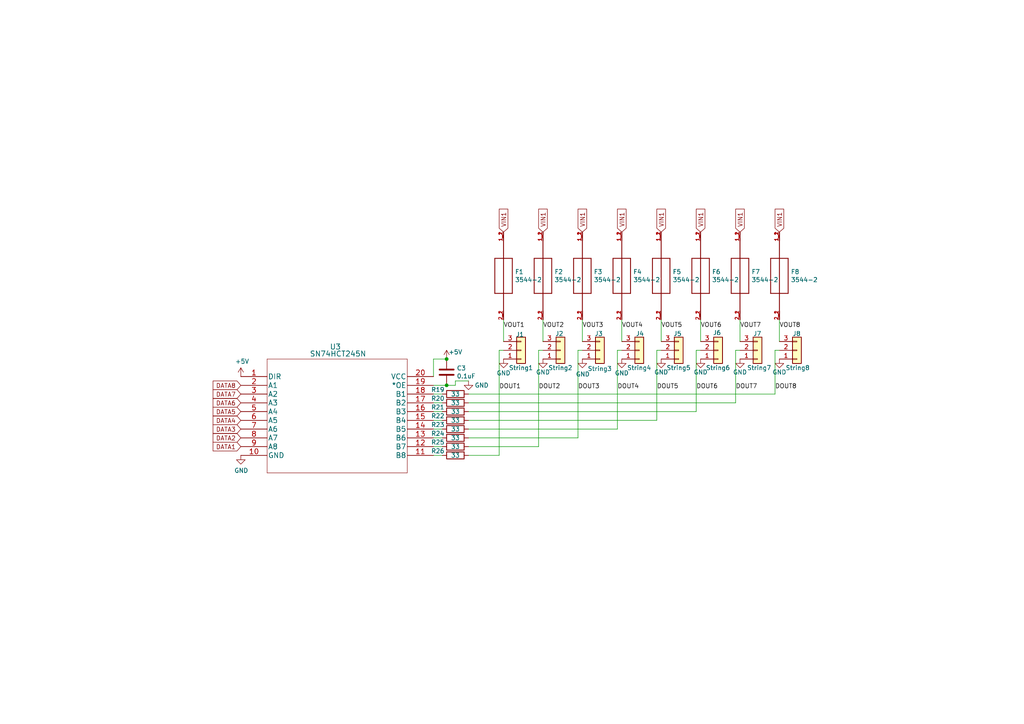
<source format=kicad_sch>
(kicad_sch (version 20211123) (generator eeschema)
  (paper "A4")
  (title_block (title "BBB 16 SMD") (date "2022-02-11") (rev "v2") (company "Scott Hanson"))
  (lib_symbols
    (symbol "Connector_Generic:Conn_01x03" (pin_names (offset 1.016) hide)
      (property "Reference" "J" (at 0 5.08 0))
      (property "Value" "Conn_01x03" (at 0 -5.08 0))
      (symbol "Conn_01x03_1_1"
        (rectangle (start -1.27 -2.413) (end 0 -2.667) (stroke (width 0.1524)))
        (rectangle (start -1.27 0.127) (end 0 -0.127) (stroke (width 0.1524)))
        (rectangle (start -1.27 2.667) (end 0 2.413) (stroke (width 0.1524)))
        (rectangle (start -1.27 3.81) (end 1.27 -3.81) (stroke (width 0.254)) (fill (type background)))
        (pin passive line (at -5.08 2.54 0) (length 3.81) (name "Pin_1") (number "1"))
        (pin passive line (at -5.08 0 0) (length 3.81) (name "Pin_2") (number "2"))
        (pin passive line (at -5.08 -2.54 0) (length 3.81) (name "Pin_3") (number "3"))
      )
    )
    (symbol "Device:R" (pin_numbers hide) (pin_names (offset 0))
      (property "Reference" "R" (at 2.032 0 90))
      (property "Value" "R" (at 0 0 90))
      (symbol "R_0_1"
        (rectangle (start -1.016 -2.54) (end 1.016 2.54) (stroke (width 0.254)))
      )
      (symbol "R_1_1"
        (pin passive line (at 0 3.81 270) (length 1.27) (name "~") (number "1"))
        (pin passive line (at 0 -3.81 90) (length 1.27) (name "~") (number "2"))
      )
    )
    (symbol "Teensy_16-rescue:3544-2-Keystone_Fuse" (pin_names (offset 1.016) hide)
      (property "Reference" "F" (at -5.08 3.302 0))
      (property "Value" "3544-2-Keystone_Fuse" (at -5.08 -5.08 0))
      (symbol "3544-2-Keystone_Fuse_0_0"
        (polyline (pts (xy -12.7 0) (xy 12.7 0)) (stroke (width 0.254)))
        (polyline (pts (xy -5.08 -2.54) (xy -5.08 2.54)) (stroke (width 0.254)))
        (polyline (pts (xy -5.08 2.54) (xy 5.08 2.54)) (stroke (width 0.254)))
        (polyline (pts (xy 5.08 -2.54) (xy -5.08 -2.54)) (stroke (width 0.254)))
        (polyline (pts (xy 5.08 2.54) (xy 5.08 -2.54)) (stroke (width 0.254)))
        (pin passive line (at -12.7 0 0) (length 2.54) (name "1") (number "1_1"))
        (pin passive line (at -12.7 0 0) (length 2.54) (name "1") (number "1_2"))
        (pin passive line (at 12.7 0 180) (length 2.54) (name "2") (number "2_1"))
        (pin passive line (at 12.7 0 180) (length 2.54) (name "2") (number "2_2"))
      )
    )
    (symbol "Teensy_16-rescue:C-Device" (pin_numbers hide) (pin_names (offset 0.254))
      (property "Reference" "C" (at 0.635 2.54 0))
      (property "Value" "C-Device" (at 0.635 -2.54 0))
      (symbol "C-Device_0_1"
        (polyline (pts (xy -2.032 -0.762) (xy 2.032 -0.762)) (stroke (width 0.508)))
        (polyline (pts (xy -2.032 0.762) (xy 2.032 0.762)) (stroke (width 0.508)))
      )
      (symbol "C-Device_1_1"
        (pin passive line (at 0 3.81 270) (length 2.794) (name "~") (number "1"))
        (pin passive line (at 0 -3.81 90) (length 2.794) (name "~") (number "2"))
      )
    )
    (symbol "Teensy_16-rescue:SN74HCT245N-SN74HCT245N" (pin_names (offset 0.254))
      (property "Reference" "U" (at 27.94 10.16 0))
      (property "Value" "SN74HCT245N-SN74HCT245N" (at 27.94 7.62 0))
      (symbol "SN74HCT245N-SN74HCT245N_1_0"
        (polyline (pts (xy 7.62 -27.94) (xy 48.26 -27.94)) (stroke (width 0.127)))
        (polyline (pts (xy 7.62 5.08) (xy 7.62 -27.94)) (stroke (width 0.127)))
        (polyline (pts (xy 48.26 -27.94) (xy 48.26 5.08)) (stroke (width 0.127)))
        (polyline (pts (xy 48.26 5.08) (xy 7.62 5.08)) (stroke (width 0.127)))
        (pin input line (at 0 0 0) (length 7.62) (name "DIR") (number "1"))
        (pin power_in line (at 0 -22.86 0) (length 7.62) (name "GND") (number "10"))
        (pin bidirectional line (at 55.88 -22.86 180) (length 7.62) (name "B8") (number "11"))
        (pin bidirectional line (at 55.88 -20.32 180) (length 7.62) (name "B7") (number "12"))
        (pin bidirectional line (at 55.88 -17.78 180) (length 7.62) (name "B6") (number "13"))
        (pin bidirectional line (at 55.88 -15.24 180) (length 7.62) (name "B5") (number "14"))
        (pin bidirectional line (at 55.88 -12.7 180) (length 7.62) (name "B4") (number "15"))
        (pin bidirectional line (at 55.88 -10.16 180) (length 7.62) (name "B3") (number "16"))
        (pin bidirectional line (at 55.88 -7.62 180) (length 7.62) (name "B2") (number "17"))
        (pin bidirectional line (at 55.88 -5.08 180) (length 7.62) (name "B1") (number "18"))
        (pin input line (at 55.88 -2.54 180) (length 7.62) (name "*OE") (number "19"))
        (pin bidirectional line (at 0 -2.54 0) (length 7.62) (name "A1") (number "2"))
        (pin power_in line (at 55.88 0 180) (length 7.62) (name "VCC") (number "20"))
        (pin bidirectional line (at 0 -5.08 0) (length 7.62) (name "A2") (number "3"))
        (pin bidirectional line (at 0 -7.62 0) (length 7.62) (name "A3") (number "4"))
        (pin bidirectional line (at 0 -10.16 0) (length 7.62) (name "A4") (number "5"))
        (pin bidirectional line (at 0 -12.7 0) (length 7.62) (name "A5") (number "6"))
        (pin bidirectional line (at 0 -15.24 0) (length 7.62) (name "A6") (number "7"))
        (pin bidirectional line (at 0 -17.78 0) (length 7.62) (name "A7") (number "8"))
        (pin bidirectional line (at 0 -20.32 0) (length 7.62) (name "A8") (number "9"))
      )
    )
    (symbol "power:+5V" (power) (pin_names (offset 0))
      (property "Value" "+5V" (at 0 3.556 0))
      (symbol "+5V_0_1"
        (polyline (pts (xy -0.762 1.27) (xy 0 2.54)))
        (polyline (pts (xy 0 0) (xy 0 2.54)))
        (polyline (pts (xy 0 2.54) (xy 0.762 1.27)))
      )
      (symbol "+5V_1_1"
        (pin power_in line (at 0 0 90) (length 0) hide (name "+5V") (number "1"))
      )
    )
    (symbol "power:GND" (power) (pin_names (offset 0))
      (property "Value" "GND" (at 0 -3.81 0))
      (symbol "GND_0_1"
        (polyline (pts (xy 0 0) (xy 0 -1.27) (xy 1.27 -1.27) (xy 0 -2.54) (xy -1.27 -1.27) (xy 0 -1.27)))
      )
      (symbol "GND_1_1"
        (pin power_in line (at 0 0 270) (length 0) hide (name "GND") (number "1"))
      )
    )
  )
  (junction (at 129.54 111.76))
  (junction (at 129.54 104.14))
  (wire (pts (xy 128.27 124.46) (xy 125.73 124.46)))
  (wire (pts (xy 132.08 110.49) (xy 132.08 111.76)))
  (wire (pts (xy 135.89 121.92) (xy 190.5 121.92)))
  (wire (pts (xy 224.79 114.3) (xy 224.79 101.6)))
  (wire (pts (xy 167.64 127) (xy 167.64 101.6)))
  (wire (pts (xy 168.91 92.71) (xy 168.91 99.06)))
  (wire (pts (xy 128.27 127) (xy 125.73 127)))
  (wire (pts (xy 226.06 92.71) (xy 226.06 99.06)))
  (wire (pts (xy 201.93 101.6) (xy 203.2 101.6)))
  (wire (pts (xy 125.73 104.14) (xy 125.73 109.22)))
  (wire (pts (xy 129.54 104.14) (xy 125.73 104.14)))
  (wire (pts (xy 144.78 132.08) (xy 135.89 132.08)))
  (wire (pts (xy 128.27 132.08) (xy 125.73 132.08)))
  (wire (pts (xy 128.27 114.3) (xy 125.73 114.3)))
  (wire (pts (xy 128.27 129.54) (xy 125.73 129.54)))
  (wire (pts (xy 190.5 101.6) (xy 191.77 101.6)))
  (wire (pts (xy 146.05 101.6) (xy 144.78 101.6)))
  (wire (pts (xy 135.89 114.3) (xy 224.79 114.3)))
  (wire (pts (xy 129.54 111.76) (xy 125.73 111.76)))
  (wire (pts (xy 132.08 111.76) (xy 129.54 111.76)))
  (wire (pts (xy 167.64 101.6) (xy 168.91 101.6)))
  (wire (pts (xy 135.89 127) (xy 167.64 127)))
  (wire (pts (xy 201.93 119.38) (xy 201.93 101.6)))
  (wire (pts (xy 144.78 101.6) (xy 144.78 132.08)))
  (wire (pts (xy 156.21 101.6) (xy 157.48 101.6)))
  (wire (pts (xy 190.5 121.92) (xy 190.5 101.6)))
  (wire (pts (xy 128.27 116.84) (xy 125.73 116.84)))
  (wire (pts (xy 224.79 101.6) (xy 226.06 101.6)))
  (wire (pts (xy 156.21 129.54) (xy 156.21 101.6)))
  (wire (pts (xy 179.07 101.6) (xy 180.34 101.6)))
  (wire (pts (xy 146.05 92.71) (xy 146.05 99.06)))
  (wire (pts (xy 135.89 129.54) (xy 156.21 129.54)))
  (wire (pts (xy 135.89 110.49) (xy 132.08 110.49)))
  (wire (pts (xy 128.27 121.92) (xy 125.73 121.92)))
  (wire (pts (xy 180.34 92.71) (xy 180.34 99.06)))
  (wire (pts (xy 203.2 92.71) (xy 203.2 99.06)))
  (wire (pts (xy 128.27 119.38) (xy 125.73 119.38)))
  (wire (pts (xy 191.77 92.71) (xy 191.77 99.06)))
  (wire (pts (xy 213.36 116.84) (xy 213.36 101.6)))
  (wire (pts (xy 179.07 124.46) (xy 179.07 101.6)))
  (wire (pts (xy 135.89 119.38) (xy 201.93 119.38)))
  (wire (pts (xy 135.89 124.46) (xy 179.07 124.46)))
  (wire (pts (xy 214.63 92.71) (xy 214.63 99.06)))
  (wire (pts (xy 157.48 92.71) (xy 157.48 99.06)))
  (wire (pts (xy 213.36 101.6) (xy 214.63 101.6)))
  (wire (pts (xy 135.89 116.84) (xy 213.36 116.84)))
  (label "DOUT3" (at 167.64 113.03 0))
  (label "DOUT6" (at 201.93 113.03 0))
  (label "VOUT5" (at 191.77 95.25 0))
  (label "VOUT6" (at 203.2 95.25 0))
  (label "DOUT4" (at 179.07 113.03 0))
  (label "DOUT1" (at 144.78 113.03 0))
  (label "VOUT4" (at 180.34 95.25 0))
  (label "VOUT2" (at 157.48 95.25 0))
  (label "DOUT2" (at 156.21 113.03 0))
  (label "DOUT8" (at 224.79 113.03 0))
  (label "DOUT5" (at 190.5 113.03 0))
  (label "VOUT8" (at 226.06 95.25 0))
  (label "VOUT7" (at 214.63 95.25 0))
  (label "VOUT1" (at 146.05 95.25 0))
  (label "VOUT3" (at 168.91 95.25 0))
  (label "DOUT7" (at 213.36 113.03 0))
  (global_label "DATA3" (shape input) (at 69.85 124.46 180) (property "Intersheet References" "${INTERSHEET_REFS}" (effects hide)))
  (global_label "VIN1" (shape input) (at 203.2 67.31 90) (property "Intersheet References" "${INTERSHEET_REFS}" (effects hide)))
  (global_label "DATA1" (shape input) (at 69.85 129.54 180) (property "Intersheet References" "${INTERSHEET_REFS}" (effects hide)))
  (global_label "DATA5" (shape input) (at 69.85 119.38 180) (property "Intersheet References" "${INTERSHEET_REFS}" (effects hide)))
  (global_label "DATA2" (shape input) (at 69.85 127 180) (property "Intersheet References" "${INTERSHEET_REFS}" (effects hide)))
  (global_label "VIN1" (shape input) (at 168.91 67.31 90) (property "Intersheet References" "${INTERSHEET_REFS}" (effects hide)))
  (global_label "VIN1" (shape input) (at 146.05 67.31 90) (property "Intersheet References" "${INTERSHEET_REFS}" (effects hide)))
  (global_label "DATA6" (shape input) (at 69.85 116.84 180) (property "Intersheet References" "${INTERSHEET_REFS}" (effects hide)))
  (global_label "VIN1" (shape input) (at 157.48 67.31 90) (property "Intersheet References" "${INTERSHEET_REFS}" (effects hide)))
  (global_label "DATA7" (shape input) (at 69.85 114.3 180) (property "Intersheet References" "${INTERSHEET_REFS}" (effects hide)))
  (global_label "VIN1" (shape input) (at 180.34 67.31 90) (property "Intersheet References" "${INTERSHEET_REFS}" (effects hide)))
  (global_label "VIN1" (shape input) (at 191.77 67.31 90) (property "Intersheet References" "${INTERSHEET_REFS}" (effects hide)))
  (global_label "DATA8" (shape input) (at 69.85 111.76 180) (property "Intersheet References" "${INTERSHEET_REFS}" (effects hide)))
  (global_label "DATA4" (shape input) (at 69.85 121.92 180) (property "Intersheet References" "${INTERSHEET_REFS}" (effects hide)))
  (global_label "VIN1" (shape input) (at 214.63 67.31 90) (property "Intersheet References" "${INTERSHEET_REFS}" (effects hide)))
  (global_label "VIN1" (shape input) (at 226.06 67.31 90) (property "Intersheet References" "${INTERSHEET_REFS}" (effects hide)))
  (symbol (lib_id "Connector_Generic:Conn_01x03") (at 151.13 101.6 0) (mirror x) (unit 1)
    (property "Reference" "J1" (at 149.606 97.028 0) (effects (justify left)))
    (property "Value" "String1" (at 147.574 106.68 0) (effects (justify left)))
    (property "Footprint" "Connector_Phoenix_MC:PhoenixContact_MCV_1,5_3-G-3.5_1x03_P3.50mm_Vertical" (effects hide))
    (property "Digi-Key_PN" "277-5737-ND/ED10555-ND" (effects hide))
    (property "MPN" "1843619/OSTTJ0311530" (effects hide))
    (property "LCSC" "C192778" (effects hide))
  )
  (symbol (lib_id "Connector_Generic:Conn_01x03") (at 162.56 101.6 0) (mirror x) (unit 1)
    (property "Reference" "J2" (at 161.036 96.774 0) (effects (justify left)))
    (property "Value" "String2" (at 159.004 106.68 0) (effects (justify left)))
    (property "Footprint" "Connector_Phoenix_MC:PhoenixContact_MCV_1,5_3-G-3.5_1x03_P3.50mm_Vertical" (effects hide))
    (property "Digi-Key_PN" "277-5737-ND/ED10555-ND" (effects hide))
    (property "MPN" "1843619/OSTTJ0311530" (effects hide))
    (property "LCSC" "C192778" (effects hide))
  )
  (symbol (lib_id "Connector_Generic:Conn_01x03") (at 173.99 101.6 0) (mirror x) (unit 1)
    (property "Reference" "J3" (at 172.466 96.774 0) (effects (justify left)))
    (property "Value" "String3" (at 170.434 106.934 0) (effects (justify left)))
    (property "Footprint" "Connector_Phoenix_MC:PhoenixContact_MCV_1,5_3-G-3.5_1x03_P3.50mm_Vertical" (effects hide))
    (property "Digi-Key_PN" "277-5737-ND/ED10555-ND" (effects hide))
    (property "MPN" "1843619/OSTTJ0311530" (effects hide))
    (property "LCSC" "C192778" (effects hide))
  )
  (symbol (lib_id "Connector_Generic:Conn_01x03") (at 185.42 101.6 0) (mirror x) (unit 1)
    (property "Reference" "J4" (at 184.404 96.774 0) (effects (justify left)))
    (property "Value" "String4" (at 181.864 106.68 0) (effects (justify left)))
    (property "Footprint" "Connector_Phoenix_MC:PhoenixContact_MCV_1,5_3-G-3.5_1x03_P3.50mm_Vertical" (effects hide))
    (property "Digi-Key_PN" "277-5737-ND/ED10555-ND" (effects hide))
    (property "MPN" "1843619/OSTTJ0311530" (effects hide))
    (property "LCSC" "C192778" (effects hide))
  )
  (symbol (lib_id "Connector_Generic:Conn_01x03") (at 196.85 101.6 0) (mirror x) (unit 1)
    (property "Reference" "J5" (at 195.326 96.774 0) (effects (justify left)))
    (property "Value" "String5" (at 193.294 106.68 0) (effects (justify left)))
    (property "Footprint" "Connector_Phoenix_MC:PhoenixContact_MCV_1,5_3-G-3.5_1x03_P3.50mm_Vertical" (effects hide))
    (property "Digi-Key_PN" "277-5737-ND/ED10555-ND" (effects hide))
    (property "MPN" "1843619/OSTTJ0311530" (effects hide))
    (property "LCSC" "C192778" (effects hide))
  )
  (symbol (lib_id "Connector_Generic:Conn_01x03") (at 208.28 101.6 0) (mirror x) (unit 1)
    (property "Reference" "J6" (at 206.756 96.52 0) (effects (justify left)))
    (property "Value" "String6" (at 204.724 106.68 0) (effects (justify left)))
    (property "Footprint" "Connector_Phoenix_MC:PhoenixContact_MCV_1,5_3-G-3.5_1x03_P3.50mm_Vertical" (effects hide))
    (property "Digi-Key_PN" "277-5737-ND/ED10555-ND" (effects hide))
    (property "MPN" "1843619/OSTTJ0311530" (effects hide))
    (property "LCSC" "C192778" (effects hide))
  )
  (symbol (lib_id "Connector_Generic:Conn_01x03") (at 219.71 101.6 0) (mirror x) (unit 1)
    (property "Reference" "J7" (at 218.44 96.774 0) (effects (justify left)))
    (property "Value" "String7" (at 216.662 106.68 0) (effects (justify left)))
    (property "Footprint" "Connector_Phoenix_MC:PhoenixContact_MCV_1,5_3-G-3.5_1x03_P3.50mm_Vertical" (effects hide))
    (property "Digi-Key_PN" "277-5737-ND/ED10555-ND" (effects hide))
    (property "MPN" "1843619/OSTTJ0311530" (effects hide))
    (property "LCSC" "C192778" (effects hide))
  )
  (symbol (lib_id "Connector_Generic:Conn_01x03") (at 231.14 101.6 0) (mirror x) (unit 1)
    (property "Reference" "J8" (at 229.87 96.774 0) (effects (justify left)))
    (property "Value" "String8" (at 227.838 106.68 0) (effects (justify left)))
    (property "Footprint" "Connector_Phoenix_MC:PhoenixContact_MCV_1,5_3-G-3.5_1x03_P3.50mm_Vertical" (effects hide))
    (property "Digi-Key_PN" "277-5737-ND/ED10555-ND" (effects hide))
    (property "MPN" "1843619/OSTTJ0311530" (effects hide))
    (property "LCSC" "C192778" (effects hide))
  )
  (symbol (lib_id "power:GND") (at 146.05 104.14 0) (unit 1)
    (property "Reference" "#PWR012" (effects hide))
    (property "Value" "GND" (at 146.05 108.204 0))
  )
  (symbol (lib_id "power:GND") (at 157.48 104.14 0) (unit 1)
    (property "Reference" "#PWR013" (effects hide))
    (property "Value" "GND" (at 157.48 107.95 0))
  )
  (symbol (lib_id "power:GND") (at 168.91 104.14 0) (unit 1)
    (property "Reference" "#PWR014" (effects hide))
    (property "Value" "GND" (at 169.037 108.5342 0))
  )
  (symbol (lib_id "power:GND") (at 180.34 104.14 0) (unit 1)
    (property "Reference" "#PWR015" (effects hide))
    (property "Value" "GND" (at 180.34 108.204 0))
  )
  (symbol (lib_id "power:GND") (at 191.77 104.14 0) (unit 1)
    (property "Reference" "#PWR016" (effects hide))
    (property "Value" "GND" (at 191.77 107.95 0))
  )
  (symbol (lib_id "power:GND") (at 203.2 104.14 0) (unit 1)
    (property "Reference" "#PWR017" (effects hide))
    (property "Value" "GND" (at 203.2 107.95 0))
  )
  (symbol (lib_id "power:GND") (at 214.63 104.14 0) (unit 1)
    (property "Reference" "#PWR018" (effects hide))
    (property "Value" "GND" (at 214.63 107.95 0))
  )
  (symbol (lib_id "power:GND") (at 226.06 104.14 0) (unit 1)
    (property "Reference" "#PWR019" (effects hide))
    (property "Value" "GND" (at 226.06 107.95 0))
  )
  (symbol (lib_id "Teensy_16-rescue:3544-2-Keystone_Fuse") (at 157.48 80.01 270) (unit 1)
    (property "Reference" "F2" (at 160.782 78.8416 90) (effects (justify left)))
    (property "Value" "3544-2" (at 160.782 81.153 90) (effects (justify left)))
    (property "Footprint" "Keystone_Fuse:FUSE_3544-2" (effects hide))
    (property "Field4" "3544-2" (effects hide))
    (property "Field5" "None" (effects hide))
    (property "Field6" "Unavailable" (effects hide))
    (property "Field7" "Fuse Clip; 500 VAC; 30 A; PCB; For 0.110 in. x 0.032 in. mini blade fuses" (effects hide))
    (property "Field8" "Keystone Electronics" (effects hide))
    (property "Digi-Key_PN" "36-3544-2-ND" (effects hide))
    (property "MPN" "3544-2" (effects hide))
    (property "LCSC" "C492610" (effects hide))
  )
  (symbol (lib_id "Teensy_16-rescue:3544-2-Keystone_Fuse") (at 168.91 80.01 270) (unit 1)
    (property "Reference" "F3" (at 172.212 78.8416 90) (effects (justify left)))
    (property "Value" "3544-2" (at 172.212 81.153 90) (effects (justify left)))
    (property "Footprint" "Keystone_Fuse:FUSE_3544-2" (effects hide))
    (property "Field4" "3544-2" (effects hide))
    (property "Field5" "None" (effects hide))
    (property "Field6" "Unavailable" (effects hide))
    (property "Field7" "Fuse Clip; 500 VAC; 30 A; PCB; For 0.110 in. x 0.032 in. mini blade fuses" (effects hide))
    (property "Field8" "Keystone Electronics" (effects hide))
    (property "Digi-Key_PN" "36-3544-2-ND" (effects hide))
    (property "MPN" "3544-2" (effects hide))
    (property "LCSC" "C492610" (effects hide))
  )
  (symbol (lib_id "Teensy_16-rescue:3544-2-Keystone_Fuse") (at 180.34 80.01 270) (unit 1)
    (property "Reference" "F4" (at 183.642 78.8416 90) (effects (justify left)))
    (property "Value" "3544-2" (at 183.642 81.153 90) (effects (justify left)))
    (property "Footprint" "Keystone_Fuse:FUSE_3544-2" (effects hide))
    (property "Field4" "3544-2" (effects hide))
    (property "Field5" "None" (effects hide))
    (property "Field6" "Unavailable" (effects hide))
    (property "Field7" "Fuse Clip; 500 VAC; 30 A; PCB; For 0.110 in. x 0.032 in. mini blade fuses" (effects hide))
    (property "Field8" "Keystone Electronics" (effects hide))
    (property "Digi-Key_PN" "36-3544-2-ND" (effects hide))
    (property "MPN" "3544-2" (effects hide))
    (property "LCSC" "C492610" (effects hide))
  )
  (symbol (lib_id "Teensy_16-rescue:3544-2-Keystone_Fuse") (at 191.77 80.01 270) (unit 1)
    (property "Reference" "F5" (at 195.072 78.8416 90) (effects (justify left)))
    (property "Value" "3544-2" (at 195.072 81.153 90) (effects (justify left)))
    (property "Footprint" "Keystone_Fuse:FUSE_3544-2" (effects hide))
    (property "Field4" "3544-2" (effects hide))
    (property "Field5" "None" (effects hide))
    (property "Field6" "Unavailable" (effects hide))
    (property "Field7" "Fuse Clip; 500 VAC; 30 A; PCB; For 0.110 in. x 0.032 in. mini blade fuses" (effects hide))
    (property "Field8" "Keystone Electronics" (effects hide))
    (property "Digi-Key_PN" "36-3544-2-ND" (effects hide))
    (property "MPN" "3544-2" (effects hide))
    (property "LCSC" "C492610" (effects hide))
  )
  (symbol (lib_id "Teensy_16-rescue:3544-2-Keystone_Fuse") (at 203.2 80.01 270) (unit 1)
    (property "Reference" "F6" (at 206.502 78.8416 90) (effects (justify left)))
    (property "Value" "3544-2" (at 206.502 81.153 90) (effects (justify left)))
    (property "Footprint" "Keystone_Fuse:FUSE_3544-2" (effects hide))
    (property "Field4" "3544-2" (effects hide))
    (property "Field5" "None" (effects hide))
    (property "Field6" "Unavailable" (effects hide))
    (property "Field7" "Fuse Clip; 500 VAC; 30 A; PCB; For 0.110 in. x 0.032 in. mini blade fuses" (effects hide))
    (property "Field8" "Keystone Electronics" (effects hide))
    (property "Digi-Key_PN" "36-3544-2-ND" (effects hide))
    (property "MPN" "3544-2" (effects hide))
    (property "LCSC" "C492610" (effects hide))
  )
  (symbol (lib_id "Teensy_16-rescue:3544-2-Keystone_Fuse") (at 214.63 80.01 270) (unit 1)
    (property "Reference" "F7" (at 217.932 78.8416 90) (effects (justify left)))
    (property "Value" "3544-2" (at 217.932 81.153 90) (effects (justify left)))
    (property "Footprint" "Keystone_Fuse:FUSE_3544-2" (effects hide))
    (property "Field4" "3544-2" (effects hide))
    (property "Field5" "None" (effects hide))
    (property "Field6" "Unavailable" (effects hide))
    (property "Field7" "Fuse Clip; 500 VAC; 30 A; PCB; For 0.110 in. x 0.032 in. mini blade fuses" (effects hide))
    (property "Field8" "Keystone Electronics" (effects hide))
    (property "Digi-Key_PN" "36-3544-2-ND" (effects hide))
    (property "MPN" "3544-2" (effects hide))
    (property "LCSC" "C492610" (effects hide))
  )
  (symbol (lib_id "Teensy_16-rescue:3544-2-Keystone_Fuse") (at 226.06 80.01 270) (unit 1)
    (property "Reference" "F8" (at 229.362 78.8416 90) (effects (justify left)))
    (property "Value" "3544-2" (at 229.362 81.153 90) (effects (justify left)))
    (property "Footprint" "Keystone_Fuse:FUSE_3544-2" (effects hide))
    (property "Field4" "3544-2" (effects hide))
    (property "Field5" "None" (effects hide))
    (property "Field6" "Unavailable" (effects hide))
    (property "Field7" "Fuse Clip; 500 VAC; 30 A; PCB; For 0.110 in. x 0.032 in. mini blade fuses" (effects hide))
    (property "Field8" "Keystone Electronics" (effects hide))
    (property "Digi-Key_PN" "36-3544-2-ND" (effects hide))
    (property "MPN" "3544-2" (effects hide))
    (property "LCSC" "C492610" (effects hide))
  )
  (symbol (lib_id "power:GND") (at 135.89 110.49 0) (unit 1)
    (property "Reference" "#PWR011" (effects hide))
    (property "Value" "GND" (at 139.7 111.76 0))
  )
  (symbol (lib_id "power:+5V") (at 69.85 109.22 0) (unit 1)
    (property "Reference" "#PWR08" (effects hide))
    (property "Value" "+5V" (at 70.231 104.8258 0))
  )
  (symbol (lib_id "power:GND") (at 69.85 132.08 0) (unit 1)
    (property "Reference" "#PWR09" (effects hide))
    (property "Value" "GND" (at 69.977 136.4742 0))
  )
  (symbol (lib_id "Teensy_16-rescue:C-Device") (at 129.54 107.95 0) (unit 1)
    (property "Reference" "C3" (at 132.461 106.7816 0) (effects (justify left)))
    (property "Value" "0.1uF" (at 132.461 109.093 0) (effects (justify left)))
    (property "Footprint" "Capacitor_SMD:C_0603_1608Metric_Pad1.08x0.95mm_HandSolder" (effects hide))
    (property "Digi-Key_PN" "1276-1935-2-ND" (effects hide))
    (property "MPN" "CL10B104KB8NNWC" (effects hide))
    (property "LCSC" "C14663" (effects hide))
  )
  (symbol (lib_id "power:+5V") (at 129.54 104.14 0) (unit 1)
    (property "Reference" "#PWR010" (effects hide))
    (property "Value" "+5V" (at 132.08 102.108 0))
  )
  (symbol (lib_id "Teensy_16-rescue:SN74HCT245N-SN74HCT245N") (at 69.85 109.22 0) (unit 1)
    (property "Reference" "U3" (at 97.282 100.584 0) (effects (font (size 1.524 1.524))))
    (property "Value" "SN74HCT245N" (at 98.044 102.616 0) (effects (font (size 1.524 1.524))))
    (property "Footprint" "SN74HCT245NSR:SN74HCT245NSR" (effects hide))
    (property "Digi-Key_PN" "296-8279-1-ND" (effects hide))
    (property "MPN" "SN74HC245PWR" (effects hide))
    (property "LCSC" "C133641" (effects hide))
  )
  (symbol (lib_id "Teensy_16-rescue:3544-2-Keystone_Fuse") (at 146.05 80.01 270) (unit 1)
    (property "Reference" "F1" (at 149.352 78.8416 90) (effects (justify left)))
    (property "Value" "3544-2" (at 149.352 81.153 90) (effects (justify left)))
    (property "Footprint" "Keystone_Fuse:FUSE_3544-2" (effects hide))
    (property "Field4" "3544-2" (effects hide))
    (property "Field5" "None" (effects hide))
    (property "Field6" "Unavailable" (effects hide))
    (property "Field7" "Fuse Clip; 500 VAC; 30 A; PCB; For 0.110 in. x 0.032 in. mini blade fuses" (effects hide))
    (property "Field8" "Keystone Electronics" (effects hide))
    (property "Digi-Key_PN" "36-3544-2-ND" (effects hide))
    (property "MPN" "3544-2" (effects hide))
    (property "LCSC" "C492610" (effects hide))
  )
  (symbol (lib_id "Device:R") (at 132.08 124.46 90) (unit 1)
    (property "Reference" "R23" (at 127 123.19 90))
    (property "Value" "33" (at 132.08 124.46 90))
    (property "Footprint" "Resistor_SMD:R_0603_1608Metric_Pad0.98x0.95mm_HandSolder" (effects hide))
    (property "LCSC" "C23140" (effects hide))
    (property "Digi-Key_PN" "2571-CN34J330CTTR-ND" (effects hide))
    (property "MPN" "CN34J330CT" (effects hide))
  )
  (symbol (lib_id "Device:R") (at 132.08 116.84 90) (unit 1)
    (property "Reference" "R20" (at 127 115.57 90))
    (property "Value" "33" (at 132.08 116.84 90))
    (property "Footprint" "Resistor_SMD:R_0603_1608Metric_Pad0.98x0.95mm_HandSolder" (effects hide))
    (property "LCSC" "C23140" (effects hide))
    (property "Digi-Key_PN" "2571-CN34J330CTTR-ND" (effects hide))
    (property "MPN" "CN34J330CT" (effects hide))
  )
  (symbol (lib_id "Device:R") (at 132.08 121.92 90) (unit 1)
    (property "Reference" "R22" (at 127 120.65 90))
    (property "Value" "33" (at 132.08 121.92 90))
    (property "Footprint" "Resistor_SMD:R_0603_1608Metric_Pad0.98x0.95mm_HandSolder" (effects hide))
    (property "LCSC" "C23140" (effects hide))
    (property "Digi-Key_PN" "2571-CN34J330CTTR-ND" (effects hide))
    (property "MPN" "CN34J330CT" (effects hide))
  )
  (symbol (lib_id "Device:R") (at 132.08 132.08 90) (unit 1)
    (property "Reference" "R26" (at 127 130.81 90))
    (property "Value" "33" (at 132.08 132.08 90))
    (property "Footprint" "Resistor_SMD:R_0603_1608Metric_Pad0.98x0.95mm_HandSolder" (effects hide))
    (property "LCSC" "C23140" (effects hide))
    (property "Digi-Key_PN" "2571-CN34J330CTTR-ND" (effects hide))
    (property "MPN" "CN34J330CT" (effects hide))
  )
  (symbol (lib_id "Device:R") (at 132.08 119.38 90) (unit 1)
    (property "Reference" "R21" (at 127 118.11 90))
    (property "Value" "33" (at 132.08 119.38 90))
    (property "Footprint" "Resistor_SMD:R_0603_1608Metric_Pad0.98x0.95mm_HandSolder" (effects hide))
    (property "LCSC" "C23140" (effects hide))
    (property "Digi-Key_PN" "2571-CN34J330CTTR-ND" (effects hide))
    (property "MPN" "CN34J330CT" (effects hide))
  )
  (symbol (lib_id "Device:R") (at 132.08 114.3 90) (unit 1)
    (property "Reference" "R19" (at 127 113.03 90))
    (property "Value" "33" (at 132.08 114.3 90))
    (property "Footprint" "Resistor_SMD:R_0603_1608Metric_Pad0.98x0.95mm_HandSolder" (effects hide))
    (property "LCSC" "C23140" (effects hide))
    (property "Digi-Key_PN" "2571-CN34J330CTTR-ND" (effects hide))
    (property "MPN" "CN34J330CT" (effects hide))
  )
  (symbol (lib_id "Device:R") (at 132.08 127 90) (unit 1)
    (property "Reference" "R24" (at 127 125.73 90))
    (property "Value" "33" (at 132.08 127 90))
    (property "Footprint" "Resistor_SMD:R_0603_1608Metric_Pad0.98x0.95mm_HandSolder" (effects hide))
    (property "LCSC" "C23140" (effects hide))
    (property "Digi-Key_PN" "2571-CN34J330CTTR-ND" (effects hide))
    (property "MPN" "CN34J330CT" (effects hide))
  )
  (symbol (lib_id "Device:R") (at 132.08 129.54 90) (unit 1)
    (property "Reference" "R25" (at 127 128.27 90))
    (property "Value" "33" (at 132.08 129.54 90))
    (property "Footprint" "Resistor_SMD:R_0603_1608Metric_Pad0.98x0.95mm_HandSolder" (effects hide))
    (property "LCSC" "C23140" (effects hide))
    (property "Digi-Key_PN" "2571-CN34J330CTTR-ND" (effects hide))
    (property "MPN" "CN34J330CT" (effects hide))
  )
)
</source>
